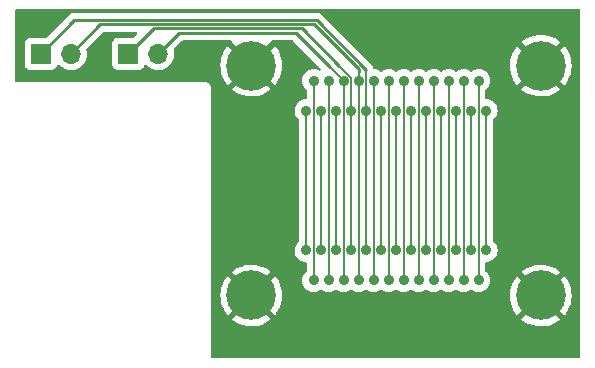
<source format=gbr>
%TF.GenerationSoftware,KiCad,Pcbnew,(6.0.5)*%
%TF.CreationDate,2022-07-15T13:09:05-06:00*%
%TF.ProjectId,25to25,3235746f-3235-42e6-9b69-6361645f7063,rev?*%
%TF.SameCoordinates,Original*%
%TF.FileFunction,Copper,L1,Top*%
%TF.FilePolarity,Positive*%
%FSLAX46Y46*%
G04 Gerber Fmt 4.6, Leading zero omitted, Abs format (unit mm)*
G04 Created by KiCad (PCBNEW (6.0.5)) date 2022-07-15 13:09:05*
%MOMM*%
%LPD*%
G01*
G04 APERTURE LIST*
%TA.AperFunction,ComponentPad*%
%ADD10R,1.700000X1.700000*%
%TD*%
%TA.AperFunction,ComponentPad*%
%ADD11O,1.700000X1.700000*%
%TD*%
%TA.AperFunction,ComponentPad*%
%ADD12C,4.200000*%
%TD*%
%TA.AperFunction,ComponentPad*%
%ADD13C,0.910000*%
%TD*%
%TA.AperFunction,Conductor*%
%ADD14C,0.250000*%
%TD*%
%TA.AperFunction,Conductor*%
%ADD15C,0.127000*%
%TD*%
G04 APERTURE END LIST*
D10*
%TO.P,J2,1,Pin_1*%
%TO.N,Net-(J2-Pad1)*%
X126700000Y-62800000D03*
D11*
%TO.P,J2,2,Pin_2*%
%TO.N,Net-(J2-Pad2)*%
X129240000Y-62800000D03*
%TD*%
D12*
%TO.P,J4,0,PAD*%
%TO.N,GND*%
X137125000Y-83260000D03*
X161635000Y-83260000D03*
D13*
%TO.P,J4,1,1*%
%TO.N,Net-(J3-Pad1)*%
X157000000Y-79450000D03*
%TO.P,J4,2,2*%
%TO.N,Net-(J3-Pad2)*%
X155730000Y-79450000D03*
%TO.P,J4,3,3*%
%TO.N,Net-(J3-Pad3)*%
X154460000Y-79450000D03*
%TO.P,J4,4,4*%
%TO.N,Net-(J3-Pad4)*%
X153190000Y-79450000D03*
%TO.P,J4,5,5*%
%TO.N,Net-(J3-Pad5)*%
X151920000Y-79450000D03*
%TO.P,J4,6,6*%
%TO.N,Net-(J3-Pad6)*%
X150650000Y-79450000D03*
%TO.P,J4,7,7*%
%TO.N,Net-(J3-Pad7)*%
X149380000Y-79450000D03*
%TO.P,J4,8,8*%
%TO.N,Net-(J3-Pad8)*%
X148110000Y-79450000D03*
%TO.P,J4,9,9*%
%TO.N,Net-(J1-Pad1)*%
X146840000Y-79450000D03*
%TO.P,J4,10,10*%
%TO.N,Net-(J2-Pad1)*%
X145570000Y-79450000D03*
%TO.P,J4,11,11*%
%TO.N,Net-(J3-Pad11)*%
X144300000Y-79450000D03*
%TO.P,J4,12,12*%
%TO.N,Net-(J3-Pad12)*%
X143030000Y-79450000D03*
%TO.P,J4,13,13*%
%TO.N,Net-(J3-Pad13)*%
X141760000Y-79450000D03*
%TO.P,J4,14,P14*%
%TO.N,Net-(J3-Pad14)*%
X156365000Y-81990000D03*
%TO.P,J4,15,P15*%
%TO.N,Net-(J3-Pad15)*%
X155095000Y-81990000D03*
%TO.P,J4,16,P16*%
%TO.N,Net-(J3-Pad16)*%
X153825000Y-81990000D03*
%TO.P,J4,17,P17*%
%TO.N,Net-(J3-Pad17)*%
X152555000Y-81990000D03*
%TO.P,J4,18,P18*%
%TO.N,Net-(J3-Pad18)*%
X151285000Y-81990000D03*
%TO.P,J4,19,P19*%
%TO.N,Net-(J3-Pad19)*%
X150015000Y-81990000D03*
%TO.P,J4,20,P20*%
%TO.N,Net-(J3-Pad20)*%
X148745000Y-81990000D03*
%TO.P,J4,21,P21*%
%TO.N,Net-(J3-Pad21)*%
X147475000Y-81990000D03*
%TO.P,J4,22,P22*%
%TO.N,Net-(J1-Pad2)*%
X146205000Y-81990000D03*
%TO.P,J4,23,P23*%
%TO.N,Net-(J2-Pad2)*%
X144935000Y-81990000D03*
%TO.P,J4,24,P24*%
%TO.N,Net-(J3-Pad24)*%
X143665000Y-81990000D03*
%TO.P,J4,25,P25*%
%TO.N,Net-(J3-Pad25)*%
X142395000Y-81990000D03*
%TD*%
D12*
%TO.P,J3,0,PAD*%
%TO.N,GND*%
X137125000Y-63790000D03*
X161635000Y-63790000D03*
D13*
%TO.P,J3,1,1*%
%TO.N,Net-(J3-Pad1)*%
X157000000Y-67600000D03*
%TO.P,J3,2,2*%
%TO.N,Net-(J3-Pad2)*%
X155730000Y-67600000D03*
%TO.P,J3,3,3*%
%TO.N,Net-(J3-Pad3)*%
X154460000Y-67600000D03*
%TO.P,J3,4,4*%
%TO.N,Net-(J3-Pad4)*%
X153190000Y-67600000D03*
%TO.P,J3,5,5*%
%TO.N,Net-(J3-Pad5)*%
X151920000Y-67600000D03*
%TO.P,J3,6,6*%
%TO.N,Net-(J3-Pad6)*%
X150650000Y-67600000D03*
%TO.P,J3,7,7*%
%TO.N,Net-(J3-Pad7)*%
X149380000Y-67600000D03*
%TO.P,J3,8,8*%
%TO.N,Net-(J3-Pad8)*%
X148110000Y-67600000D03*
%TO.P,J3,9,9*%
%TO.N,Net-(J1-Pad1)*%
X146840000Y-67600000D03*
%TO.P,J3,10,10*%
%TO.N,Net-(J2-Pad1)*%
X145570000Y-67600000D03*
%TO.P,J3,11,11*%
%TO.N,Net-(J3-Pad11)*%
X144300000Y-67600000D03*
%TO.P,J3,12,12*%
%TO.N,Net-(J3-Pad12)*%
X143030000Y-67600000D03*
%TO.P,J3,13,13*%
%TO.N,Net-(J3-Pad13)*%
X141760000Y-67600000D03*
%TO.P,J3,14,P14*%
%TO.N,Net-(J3-Pad14)*%
X156365000Y-65060000D03*
%TO.P,J3,15,P15*%
%TO.N,Net-(J3-Pad15)*%
X155095000Y-65060000D03*
%TO.P,J3,16,P16*%
%TO.N,Net-(J3-Pad16)*%
X153825000Y-65060000D03*
%TO.P,J3,17,P17*%
%TO.N,Net-(J3-Pad17)*%
X152555000Y-65060000D03*
%TO.P,J3,18,P18*%
%TO.N,Net-(J3-Pad18)*%
X151285000Y-65060000D03*
%TO.P,J3,19,P19*%
%TO.N,Net-(J3-Pad19)*%
X150015000Y-65060000D03*
%TO.P,J3,20,P20*%
%TO.N,Net-(J3-Pad20)*%
X148745000Y-65060000D03*
%TO.P,J3,21,P21*%
%TO.N,Net-(J3-Pad21)*%
X147475000Y-65060000D03*
%TO.P,J3,22,P22*%
%TO.N,Net-(J1-Pad2)*%
X146205000Y-65060000D03*
%TO.P,J3,23,P23*%
%TO.N,Net-(J2-Pad2)*%
X144935000Y-65060000D03*
%TO.P,J3,24,P24*%
%TO.N,Net-(J3-Pad24)*%
X143665000Y-65060000D03*
%TO.P,J3,25,P25*%
%TO.N,Net-(J3-Pad25)*%
X142395000Y-65060000D03*
%TD*%
D10*
%TO.P,J1,1,Pin_1*%
%TO.N,Net-(J1-Pad1)*%
X119300000Y-62800000D03*
D11*
%TO.P,J1,2,Pin_2*%
%TO.N,Net-(J1-Pad2)*%
X121840000Y-62800000D03*
%TD*%
D14*
%TO.N,Net-(J1-Pad1)*%
X122148559Y-59951441D02*
X119300000Y-62800000D01*
X146840000Y-64140000D02*
X142651441Y-59951441D01*
D15*
X146840000Y-79450000D02*
X146840000Y-67600000D01*
D14*
X142651441Y-59951441D02*
X122148559Y-59951441D01*
D15*
X146840000Y-67600000D02*
X146840000Y-64360000D01*
X146840000Y-64360000D02*
X146840000Y-64140000D01*
%TO.N,Net-(J1-Pad2)*%
X146205000Y-65060000D02*
X146205000Y-64305000D01*
D14*
X124339040Y-60300960D02*
X121840000Y-62800000D01*
D15*
X146205000Y-64305000D02*
X146200000Y-64300000D01*
D14*
X142400960Y-60300960D02*
X124339040Y-60300960D01*
X146200000Y-64100000D02*
X146200000Y-64300000D01*
X146200000Y-64100000D02*
X142400960Y-60300960D01*
D15*
X146205000Y-65060000D02*
X146205000Y-81990000D01*
D14*
%TO.N,Net-(J2-Pad1)*%
X144574500Y-63825500D02*
X141399480Y-60650480D01*
D15*
X145570000Y-64820999D02*
X144574500Y-63825500D01*
D14*
X128849520Y-60650480D02*
X126700000Y-62800000D01*
D15*
X145570000Y-67600000D02*
X145570000Y-79450000D01*
X145570000Y-67600000D02*
X145570000Y-64820999D01*
D14*
X141399480Y-60650480D02*
X128849520Y-60650480D01*
D15*
%TO.N,Net-(J2-Pad2)*%
X144935000Y-81990000D02*
X144935000Y-65060000D01*
D14*
X143800000Y-63925000D02*
X140875000Y-61000000D01*
D15*
X144935000Y-65060000D02*
X143800000Y-63925000D01*
D14*
X140875000Y-61000000D02*
X131040000Y-61000000D01*
X131040000Y-61000000D02*
X129240000Y-62800000D01*
D15*
%TO.N,Net-(J3-Pad1)*%
X157000000Y-79450000D02*
X157000000Y-67600000D01*
%TO.N,Net-(J3-Pad2)*%
X155730000Y-79450000D02*
X155730000Y-67600000D01*
%TO.N,Net-(J3-Pad3)*%
X154460000Y-79450000D02*
X154460000Y-67600000D01*
%TO.N,Net-(J3-Pad4)*%
X153190000Y-67600000D02*
X153190000Y-79450000D01*
%TO.N,Net-(J3-Pad5)*%
X151920000Y-79450000D02*
X151920000Y-67600000D01*
%TO.N,Net-(J3-Pad6)*%
X150650000Y-67600000D02*
X150650000Y-79450000D01*
%TO.N,Net-(J3-Pad7)*%
X149380000Y-79450000D02*
X149380000Y-67600000D01*
%TO.N,Net-(J3-Pad8)*%
X148110000Y-67600000D02*
X148110000Y-79450000D01*
%TO.N,Net-(J3-Pad11)*%
X144300000Y-79450000D02*
X144300000Y-67600000D01*
%TO.N,Net-(J3-Pad12)*%
X143030000Y-67600000D02*
X143030000Y-79450000D01*
%TO.N,Net-(J3-Pad13)*%
X141760000Y-67600000D02*
X141760000Y-79450000D01*
%TO.N,Net-(J3-Pad14)*%
X156365000Y-65060000D02*
X156365000Y-81990000D01*
%TO.N,Net-(J3-Pad15)*%
X155095000Y-65060000D02*
X155095000Y-81990000D01*
%TO.N,Net-(J3-Pad16)*%
X153825000Y-81990000D02*
X153825000Y-65060000D01*
%TO.N,Net-(J3-Pad17)*%
X152555000Y-65060000D02*
X152555000Y-81990000D01*
%TO.N,Net-(J3-Pad18)*%
X151285000Y-65060000D02*
X151285000Y-81990000D01*
%TO.N,Net-(J3-Pad19)*%
X150015000Y-81990000D02*
X150015000Y-65060000D01*
%TO.N,Net-(J3-Pad20)*%
X148745000Y-65060000D02*
X148745000Y-81990000D01*
%TO.N,Net-(J3-Pad21)*%
X147475000Y-65060000D02*
X147475000Y-81990000D01*
%TO.N,Net-(J3-Pad24)*%
X143665000Y-65060000D02*
X143665000Y-81990000D01*
%TO.N,Net-(J3-Pad25)*%
X142395000Y-65060000D02*
X142395000Y-81990000D01*
%TD*%
%TA.AperFunction,Conductor*%
%TO.N,GND*%
G36*
X164933621Y-59028502D02*
G01*
X164980114Y-59082158D01*
X164991500Y-59134500D01*
X164991500Y-88465500D01*
X164971498Y-88533621D01*
X164917842Y-88580114D01*
X164865500Y-88591500D01*
X133834500Y-88591500D01*
X133766379Y-88571498D01*
X133719886Y-88517842D01*
X133708500Y-88465500D01*
X133708500Y-85275301D01*
X135474823Y-85275301D01*
X135482348Y-85285734D01*
X135608517Y-85387358D01*
X135614701Y-85391752D01*
X135875067Y-85554131D01*
X135881738Y-85557753D01*
X136159732Y-85687679D01*
X136166785Y-85690472D01*
X136458393Y-85786066D01*
X136465705Y-85787984D01*
X136766689Y-85847853D01*
X136774187Y-85848881D01*
X137080183Y-85872158D01*
X137087746Y-85872276D01*
X137394314Y-85858623D01*
X137401855Y-85857831D01*
X137704558Y-85807447D01*
X137711946Y-85805755D01*
X138006401Y-85719371D01*
X138013525Y-85716806D01*
X138295482Y-85595668D01*
X138302249Y-85592264D01*
X138567603Y-85438134D01*
X138573910Y-85433944D01*
X138767908Y-85287491D01*
X138776364Y-85276100D01*
X138775926Y-85275301D01*
X159984823Y-85275301D01*
X159992348Y-85285734D01*
X160118517Y-85387358D01*
X160124701Y-85391752D01*
X160385067Y-85554131D01*
X160391738Y-85557753D01*
X160669732Y-85687679D01*
X160676785Y-85690472D01*
X160968393Y-85786066D01*
X160975705Y-85787984D01*
X161276689Y-85847853D01*
X161284187Y-85848881D01*
X161590183Y-85872158D01*
X161597746Y-85872276D01*
X161904314Y-85858623D01*
X161911855Y-85857831D01*
X162214558Y-85807447D01*
X162221946Y-85805755D01*
X162516401Y-85719371D01*
X162523525Y-85716806D01*
X162805482Y-85595668D01*
X162812249Y-85592264D01*
X163077603Y-85438134D01*
X163083910Y-85433944D01*
X163277908Y-85287491D01*
X163286364Y-85276100D01*
X163279646Y-85263856D01*
X161647812Y-83632022D01*
X161633868Y-83624408D01*
X161632035Y-83624539D01*
X161625420Y-83628790D01*
X159991938Y-85262272D01*
X159984823Y-85275301D01*
X138775926Y-85275301D01*
X138769646Y-85263856D01*
X137137812Y-83632022D01*
X137123868Y-83624408D01*
X137122035Y-83624539D01*
X137115420Y-83628790D01*
X135481938Y-85262272D01*
X135474823Y-85275301D01*
X133708500Y-85275301D01*
X133708500Y-83236432D01*
X134512565Y-83236432D01*
X134527823Y-83542920D01*
X134528654Y-83550449D01*
X134580621Y-83852883D01*
X134582354Y-83860270D01*
X134670278Y-84154266D01*
X134672881Y-84161379D01*
X134795491Y-84442690D01*
X134798933Y-84449446D01*
X134954449Y-84713988D01*
X134958672Y-84720273D01*
X135097810Y-84902588D01*
X135109336Y-84911050D01*
X135121401Y-84904389D01*
X136752978Y-83272812D01*
X136759356Y-83261132D01*
X137489408Y-83261132D01*
X137489539Y-83262965D01*
X137493790Y-83269580D01*
X139127202Y-84902992D01*
X139140325Y-84910158D01*
X139150627Y-84902768D01*
X139244388Y-84787601D01*
X139248810Y-84781447D01*
X139412562Y-84521917D01*
X139416209Y-84515282D01*
X139547595Y-84237960D01*
X139550420Y-84230933D01*
X139647542Y-83939821D01*
X139649496Y-83932530D01*
X139710941Y-83631859D01*
X139712009Y-83624355D01*
X139737012Y-83316953D01*
X139737217Y-83312478D01*
X139737744Y-83262221D01*
X139737634Y-83257789D01*
X139736346Y-83236432D01*
X159022565Y-83236432D01*
X159037823Y-83542920D01*
X159038654Y-83550449D01*
X159090621Y-83852883D01*
X159092354Y-83860270D01*
X159180278Y-84154266D01*
X159182881Y-84161379D01*
X159305491Y-84442690D01*
X159308933Y-84449446D01*
X159464449Y-84713988D01*
X159468672Y-84720273D01*
X159607810Y-84902588D01*
X159619336Y-84911050D01*
X159631401Y-84904389D01*
X161262978Y-83272812D01*
X161269356Y-83261132D01*
X161999408Y-83261132D01*
X161999539Y-83262965D01*
X162003790Y-83269580D01*
X163637202Y-84902992D01*
X163650325Y-84910158D01*
X163660627Y-84902768D01*
X163754388Y-84787601D01*
X163758810Y-84781447D01*
X163922562Y-84521917D01*
X163926209Y-84515282D01*
X164057595Y-84237960D01*
X164060420Y-84230933D01*
X164157542Y-83939821D01*
X164159496Y-83932530D01*
X164220941Y-83631859D01*
X164222009Y-83624355D01*
X164247012Y-83316953D01*
X164247217Y-83312478D01*
X164247744Y-83262221D01*
X164247634Y-83257789D01*
X164229072Y-82949888D01*
X164228164Y-82942386D01*
X164173031Y-82640510D01*
X164171218Y-82633130D01*
X164080225Y-82340084D01*
X164077543Y-82332987D01*
X163951993Y-82052971D01*
X163948492Y-82046274D01*
X163790199Y-81783349D01*
X163785925Y-81777130D01*
X163661739Y-81617895D01*
X163649949Y-81609427D01*
X163638235Y-81615975D01*
X162007022Y-83247188D01*
X161999408Y-83261132D01*
X161269356Y-83261132D01*
X161270592Y-83258868D01*
X161270461Y-83257035D01*
X161266210Y-83250420D01*
X159632607Y-81616817D01*
X159619672Y-81609754D01*
X159609110Y-81617414D01*
X159499730Y-81754677D01*
X159495374Y-81760875D01*
X159334350Y-82022106D01*
X159330770Y-82028782D01*
X159202296Y-82307465D01*
X159199546Y-82314516D01*
X159105480Y-82606622D01*
X159103597Y-82613955D01*
X159045305Y-82915246D01*
X159044318Y-82922746D01*
X159022644Y-83228851D01*
X159022565Y-83236432D01*
X139736346Y-83236432D01*
X139719072Y-82949888D01*
X139718164Y-82942386D01*
X139663031Y-82640510D01*
X139661218Y-82633130D01*
X139570225Y-82340084D01*
X139567543Y-82332987D01*
X139441993Y-82052971D01*
X139438492Y-82046274D01*
X139280199Y-81783349D01*
X139275925Y-81777130D01*
X139151739Y-81617895D01*
X139139949Y-81609427D01*
X139128235Y-81615975D01*
X137497022Y-83247188D01*
X137489408Y-83261132D01*
X136759356Y-83261132D01*
X136760592Y-83258868D01*
X136760461Y-83257035D01*
X136756210Y-83250420D01*
X135122607Y-81616817D01*
X135109672Y-81609754D01*
X135099110Y-81617414D01*
X134989730Y-81754677D01*
X134985374Y-81760875D01*
X134824350Y-82022106D01*
X134820770Y-82028782D01*
X134692296Y-82307465D01*
X134689546Y-82314516D01*
X134595480Y-82606622D01*
X134593597Y-82613955D01*
X134535305Y-82915246D01*
X134534318Y-82922746D01*
X134512644Y-83228851D01*
X134512565Y-83236432D01*
X133708500Y-83236432D01*
X133708500Y-81244719D01*
X135474213Y-81244719D01*
X135480817Y-81256607D01*
X137112188Y-82887978D01*
X137126132Y-82895592D01*
X137127965Y-82895461D01*
X137134580Y-82891210D01*
X138768355Y-81257435D01*
X138775367Y-81244594D01*
X138767572Y-81233905D01*
X138619123Y-81116878D01*
X138612900Y-81112553D01*
X138350824Y-80952895D01*
X138344148Y-80949360D01*
X138064784Y-80822342D01*
X138057714Y-80819628D01*
X137765131Y-80727096D01*
X137757780Y-80725249D01*
X137456191Y-80668535D01*
X137448681Y-80667587D01*
X137142464Y-80647517D01*
X137134899Y-80647477D01*
X136828478Y-80664340D01*
X136820967Y-80665209D01*
X136518793Y-80718763D01*
X136511432Y-80720530D01*
X136217898Y-80809993D01*
X136210791Y-80812635D01*
X135930122Y-80936718D01*
X135923396Y-80940189D01*
X135659662Y-81097094D01*
X135653411Y-81101342D01*
X135482679Y-81233061D01*
X135474213Y-81244719D01*
X133708500Y-81244719D01*
X133708500Y-65805301D01*
X135474823Y-65805301D01*
X135482348Y-65815734D01*
X135608517Y-65917358D01*
X135614701Y-65921752D01*
X135875067Y-66084131D01*
X135881738Y-66087753D01*
X136159732Y-66217679D01*
X136166785Y-66220472D01*
X136458393Y-66316066D01*
X136465705Y-66317984D01*
X136766689Y-66377853D01*
X136774187Y-66378881D01*
X137080183Y-66402158D01*
X137087746Y-66402276D01*
X137394314Y-66388623D01*
X137401855Y-66387831D01*
X137704558Y-66337447D01*
X137711946Y-66335755D01*
X138006401Y-66249371D01*
X138013525Y-66246806D01*
X138295482Y-66125668D01*
X138302249Y-66122264D01*
X138567603Y-65968134D01*
X138573910Y-65963944D01*
X138767908Y-65817491D01*
X138776364Y-65806100D01*
X138769646Y-65793856D01*
X137137812Y-64162022D01*
X137123868Y-64154408D01*
X137122035Y-64154539D01*
X137115420Y-64158790D01*
X135481938Y-65792272D01*
X135474823Y-65805301D01*
X133708500Y-65805301D01*
X133708500Y-65708623D01*
X133708502Y-65707853D01*
X133708921Y-65639254D01*
X133708976Y-65630279D01*
X133700850Y-65601847D01*
X133697272Y-65585085D01*
X133694352Y-65564698D01*
X133693080Y-65555813D01*
X133682451Y-65532436D01*
X133676004Y-65514913D01*
X133671416Y-65498862D01*
X133668949Y-65490229D01*
X133664156Y-65482632D01*
X133653170Y-65465220D01*
X133645030Y-65450135D01*
X133644031Y-65447938D01*
X133632792Y-65423218D01*
X133616030Y-65403765D01*
X133604927Y-65388761D01*
X133591224Y-65367042D01*
X133584499Y-65361103D01*
X133584496Y-65361099D01*
X133569062Y-65347468D01*
X133557018Y-65335276D01*
X133543573Y-65319673D01*
X133543570Y-65319671D01*
X133537713Y-65312873D01*
X133516165Y-65298906D01*
X133501291Y-65287615D01*
X133488783Y-65276569D01*
X133488782Y-65276568D01*
X133482049Y-65270622D01*
X133455287Y-65258057D01*
X133440309Y-65249737D01*
X133423017Y-65238529D01*
X133423012Y-65238527D01*
X133415485Y-65233648D01*
X133406892Y-65231078D01*
X133406887Y-65231076D01*
X133390880Y-65226289D01*
X133373436Y-65219628D01*
X133358324Y-65212533D01*
X133358322Y-65212532D01*
X133350200Y-65208719D01*
X133341333Y-65207338D01*
X133341332Y-65207338D01*
X133331690Y-65205837D01*
X133320983Y-65204170D01*
X133304268Y-65200387D01*
X133284534Y-65194485D01*
X133284528Y-65194484D01*
X133275934Y-65191914D01*
X133266963Y-65191859D01*
X133266962Y-65191859D01*
X133256903Y-65191798D01*
X133241494Y-65191704D01*
X133240711Y-65191671D01*
X133239614Y-65191500D01*
X133208623Y-65191500D01*
X133207853Y-65191498D01*
X133134215Y-65191048D01*
X133134214Y-65191048D01*
X133130279Y-65191024D01*
X133128935Y-65191408D01*
X133127590Y-65191500D01*
X117234500Y-65191500D01*
X117166379Y-65171498D01*
X117119886Y-65117842D01*
X117108500Y-65065500D01*
X117108500Y-63698134D01*
X117941500Y-63698134D01*
X117948255Y-63760316D01*
X117999385Y-63896705D01*
X118086739Y-64013261D01*
X118203295Y-64100615D01*
X118339684Y-64151745D01*
X118401866Y-64158500D01*
X120198134Y-64158500D01*
X120260316Y-64151745D01*
X120396705Y-64100615D01*
X120513261Y-64013261D01*
X120600615Y-63896705D01*
X120637026Y-63799580D01*
X120644598Y-63779382D01*
X120687240Y-63722618D01*
X120753802Y-63697918D01*
X120823150Y-63713126D01*
X120857817Y-63741114D01*
X120886250Y-63773938D01*
X121058126Y-63916632D01*
X121251000Y-64029338D01*
X121255825Y-64031180D01*
X121255826Y-64031181D01*
X121328612Y-64058975D01*
X121459692Y-64109030D01*
X121464760Y-64110061D01*
X121464763Y-64110062D01*
X121572017Y-64131883D01*
X121678597Y-64153567D01*
X121683772Y-64153757D01*
X121683774Y-64153757D01*
X121896673Y-64161564D01*
X121896677Y-64161564D01*
X121901837Y-64161753D01*
X121906957Y-64161097D01*
X121906959Y-64161097D01*
X122118288Y-64134025D01*
X122118289Y-64134025D01*
X122123416Y-64133368D01*
X122128366Y-64131883D01*
X122332429Y-64070661D01*
X122332434Y-64070659D01*
X122337384Y-64069174D01*
X122537994Y-63970896D01*
X122719860Y-63841173D01*
X122878096Y-63683489D01*
X123008453Y-63502077D01*
X123019420Y-63479888D01*
X123105136Y-63306453D01*
X123105137Y-63306451D01*
X123107430Y-63301811D01*
X123149565Y-63163130D01*
X123170865Y-63093023D01*
X123170865Y-63093021D01*
X123172370Y-63088069D01*
X123201529Y-62866590D01*
X123201617Y-62862987D01*
X123203074Y-62803365D01*
X123203074Y-62803361D01*
X123203156Y-62800000D01*
X123184852Y-62577361D01*
X123156821Y-62465765D01*
X123159625Y-62394823D01*
X123189930Y-62345974D01*
X124564539Y-60971365D01*
X124626851Y-60937339D01*
X124653634Y-60934460D01*
X127365445Y-60934460D01*
X127433566Y-60954462D01*
X127480059Y-61008118D01*
X127490163Y-61078392D01*
X127460669Y-61142972D01*
X127454540Y-61149555D01*
X127199500Y-61404595D01*
X127137188Y-61438621D01*
X127110405Y-61441500D01*
X125801866Y-61441500D01*
X125739684Y-61448255D01*
X125603295Y-61499385D01*
X125486739Y-61586739D01*
X125399385Y-61703295D01*
X125348255Y-61839684D01*
X125341500Y-61901866D01*
X125341500Y-63698134D01*
X125348255Y-63760316D01*
X125399385Y-63896705D01*
X125486739Y-64013261D01*
X125603295Y-64100615D01*
X125739684Y-64151745D01*
X125801866Y-64158500D01*
X127598134Y-64158500D01*
X127660316Y-64151745D01*
X127796705Y-64100615D01*
X127913261Y-64013261D01*
X128000615Y-63896705D01*
X128037026Y-63799580D01*
X128044598Y-63779382D01*
X128087240Y-63722618D01*
X128153802Y-63697918D01*
X128223150Y-63713126D01*
X128257817Y-63741114D01*
X128286250Y-63773938D01*
X128458126Y-63916632D01*
X128651000Y-64029338D01*
X128655825Y-64031180D01*
X128655826Y-64031181D01*
X128728612Y-64058975D01*
X128859692Y-64109030D01*
X128864760Y-64110061D01*
X128864763Y-64110062D01*
X128972017Y-64131883D01*
X129078597Y-64153567D01*
X129083772Y-64153757D01*
X129083774Y-64153757D01*
X129296673Y-64161564D01*
X129296677Y-64161564D01*
X129301837Y-64161753D01*
X129306957Y-64161097D01*
X129306959Y-64161097D01*
X129518288Y-64134025D01*
X129518289Y-64134025D01*
X129523416Y-64133368D01*
X129528366Y-64131883D01*
X129732429Y-64070661D01*
X129732434Y-64070659D01*
X129737384Y-64069174D01*
X129937994Y-63970896D01*
X130119860Y-63841173D01*
X130194863Y-63766432D01*
X134512565Y-63766432D01*
X134527823Y-64072920D01*
X134528654Y-64080449D01*
X134580621Y-64382883D01*
X134582354Y-64390270D01*
X134670278Y-64684266D01*
X134672881Y-64691379D01*
X134795491Y-64972690D01*
X134798933Y-64979446D01*
X134954449Y-65243988D01*
X134958672Y-65250273D01*
X135097810Y-65432588D01*
X135109336Y-65441050D01*
X135121401Y-65434389D01*
X136752978Y-63802812D01*
X136759356Y-63791132D01*
X137489408Y-63791132D01*
X137489539Y-63792965D01*
X137493790Y-63799580D01*
X139127202Y-65432992D01*
X139140325Y-65440158D01*
X139150627Y-65432768D01*
X139244388Y-65317601D01*
X139248810Y-65311447D01*
X139412562Y-65051917D01*
X139416209Y-65045282D01*
X139547595Y-64767960D01*
X139550420Y-64760933D01*
X139647542Y-64469821D01*
X139649496Y-64462530D01*
X139710941Y-64161859D01*
X139712009Y-64154355D01*
X139737012Y-63846953D01*
X139737217Y-63842478D01*
X139737744Y-63792221D01*
X139737634Y-63787789D01*
X139719072Y-63479888D01*
X139718164Y-63472386D01*
X139663031Y-63170510D01*
X139661218Y-63163130D01*
X139570225Y-62870084D01*
X139567543Y-62862987D01*
X139441993Y-62582971D01*
X139438492Y-62576274D01*
X139280199Y-62313349D01*
X139275925Y-62307130D01*
X139151739Y-62147895D01*
X139139949Y-62139427D01*
X139128235Y-62145975D01*
X137497022Y-63777188D01*
X137489408Y-63791132D01*
X136759356Y-63791132D01*
X136760592Y-63788868D01*
X136760461Y-63787035D01*
X136756210Y-63780420D01*
X135122607Y-62146817D01*
X135109672Y-62139754D01*
X135099110Y-62147414D01*
X134989730Y-62284677D01*
X134985374Y-62290875D01*
X134824350Y-62552106D01*
X134820770Y-62558782D01*
X134692296Y-62837465D01*
X134689546Y-62844516D01*
X134595480Y-63136622D01*
X134593597Y-63143955D01*
X134535305Y-63445246D01*
X134534318Y-63452746D01*
X134512644Y-63758851D01*
X134512565Y-63766432D01*
X130194863Y-63766432D01*
X130278096Y-63683489D01*
X130408453Y-63502077D01*
X130419420Y-63479888D01*
X130505136Y-63306453D01*
X130505137Y-63306451D01*
X130507430Y-63301811D01*
X130549565Y-63163130D01*
X130570865Y-63093023D01*
X130570865Y-63093021D01*
X130572370Y-63088069D01*
X130601529Y-62866590D01*
X130601617Y-62862987D01*
X130603074Y-62803365D01*
X130603074Y-62803361D01*
X130603156Y-62800000D01*
X130584852Y-62577361D01*
X130556821Y-62465765D01*
X130559625Y-62394823D01*
X130589930Y-62345974D01*
X131265499Y-61670405D01*
X131327811Y-61636379D01*
X131354594Y-61633500D01*
X135348077Y-61633500D01*
X135416198Y-61653502D01*
X135462691Y-61707158D01*
X135473873Y-61766664D01*
X135473488Y-61773416D01*
X135480816Y-61786606D01*
X137112188Y-63417978D01*
X137126132Y-63425592D01*
X137127965Y-63425461D01*
X137134580Y-63421210D01*
X138768355Y-61787435D01*
X138775970Y-61773490D01*
X138775612Y-61768488D01*
X138790704Y-61699114D01*
X138840906Y-61648912D01*
X138901291Y-61633500D01*
X140560406Y-61633500D01*
X140628527Y-61653502D01*
X140649501Y-61670405D01*
X142978967Y-63999871D01*
X143012993Y-64062183D01*
X143007928Y-64132998D01*
X142965381Y-64189834D01*
X142898861Y-64214645D01*
X142829943Y-64199802D01*
X142770178Y-64167487D01*
X142589676Y-64111612D01*
X142583554Y-64110969D01*
X142583551Y-64110968D01*
X142407888Y-64092506D01*
X142407886Y-64092506D01*
X142401759Y-64091862D01*
X142322634Y-64099063D01*
X142219724Y-64108428D01*
X142219721Y-64108429D01*
X142213585Y-64108987D01*
X142207679Y-64110725D01*
X142207675Y-64110726D01*
X142073909Y-64150096D01*
X142032320Y-64162336D01*
X141864870Y-64249877D01*
X141717613Y-64368275D01*
X141596156Y-64513020D01*
X141593193Y-64518409D01*
X141593190Y-64518414D01*
X141508095Y-64673203D01*
X141505128Y-64678600D01*
X141447995Y-64858708D01*
X141447309Y-64864827D01*
X141447308Y-64864830D01*
X141427619Y-65040357D01*
X141426932Y-65046482D01*
X141427448Y-65052625D01*
X141442031Y-65226289D01*
X141442743Y-65234772D01*
X141466494Y-65317601D01*
X141491202Y-65403765D01*
X141494826Y-65416404D01*
X141581195Y-65584461D01*
X141585018Y-65589285D01*
X141585021Y-65589289D01*
X141666287Y-65691820D01*
X141698563Y-65732542D01*
X141736590Y-65764905D01*
X141778663Y-65800712D01*
X141817576Y-65860095D01*
X141823000Y-65896666D01*
X141823000Y-66511690D01*
X141802998Y-66579811D01*
X141749342Y-66626304D01*
X141708420Y-66637171D01*
X141584724Y-66648428D01*
X141584721Y-66648429D01*
X141578585Y-66648987D01*
X141572679Y-66650725D01*
X141572675Y-66650726D01*
X141438909Y-66690096D01*
X141397320Y-66702336D01*
X141229870Y-66789877D01*
X141082613Y-66908275D01*
X140961156Y-67053020D01*
X140958193Y-67058409D01*
X140958190Y-67058414D01*
X140873095Y-67213203D01*
X140870128Y-67218600D01*
X140812995Y-67398708D01*
X140812309Y-67404827D01*
X140812308Y-67404830D01*
X140792619Y-67580357D01*
X140791932Y-67586482D01*
X140807743Y-67774772D01*
X140859826Y-67956404D01*
X140946195Y-68124461D01*
X140950018Y-68129285D01*
X140950021Y-68129289D01*
X140968592Y-68152719D01*
X141063563Y-68272542D01*
X141101590Y-68304905D01*
X141143663Y-68340712D01*
X141182576Y-68400095D01*
X141188000Y-68436666D01*
X141188000Y-78613173D01*
X141167998Y-78681294D01*
X141140952Y-78711369D01*
X141082613Y-78758275D01*
X140961156Y-78903020D01*
X140958193Y-78908409D01*
X140958190Y-78908414D01*
X140873095Y-79063203D01*
X140870128Y-79068600D01*
X140812995Y-79248708D01*
X140812309Y-79254827D01*
X140812308Y-79254830D01*
X140792619Y-79430357D01*
X140791932Y-79436482D01*
X140807743Y-79624772D01*
X140859826Y-79806404D01*
X140946195Y-79974461D01*
X140950018Y-79979285D01*
X140950021Y-79979289D01*
X140968592Y-80002719D01*
X141063563Y-80122542D01*
X141207457Y-80245005D01*
X141212834Y-80248010D01*
X141367019Y-80334183D01*
X141367025Y-80334186D01*
X141372397Y-80337188D01*
X141552101Y-80395577D01*
X141711920Y-80414635D01*
X141777192Y-80442561D01*
X141817005Y-80501345D01*
X141823000Y-80539748D01*
X141823000Y-81153173D01*
X141802998Y-81221294D01*
X141775952Y-81251369D01*
X141717613Y-81298275D01*
X141596156Y-81443020D01*
X141593193Y-81448409D01*
X141593190Y-81448414D01*
X141508095Y-81603203D01*
X141505128Y-81608600D01*
X141447995Y-81788708D01*
X141447309Y-81794827D01*
X141447308Y-81794830D01*
X141427619Y-81970357D01*
X141426932Y-81976482D01*
X141427448Y-81982625D01*
X141432793Y-82046274D01*
X141442743Y-82164772D01*
X141444441Y-82170692D01*
X141493014Y-82340084D01*
X141494826Y-82346404D01*
X141581195Y-82514461D01*
X141585018Y-82519285D01*
X141585021Y-82519289D01*
X141603592Y-82542719D01*
X141698563Y-82662542D01*
X141703256Y-82666536D01*
X141703257Y-82666537D01*
X141804687Y-82752860D01*
X141842457Y-82785005D01*
X141847834Y-82788010D01*
X142002019Y-82874183D01*
X142002025Y-82874186D01*
X142007397Y-82877188D01*
X142187101Y-82935577D01*
X142374724Y-82957950D01*
X142380859Y-82957478D01*
X142380861Y-82957478D01*
X142556978Y-82943926D01*
X142556982Y-82943925D01*
X142563120Y-82943453D01*
X142745111Y-82892640D01*
X142750615Y-82889860D01*
X142750617Y-82889859D01*
X142908264Y-82810226D01*
X142908266Y-82810225D01*
X142913767Y-82807446D01*
X142918621Y-82803654D01*
X142918630Y-82803648D01*
X142950129Y-82779038D01*
X143016123Y-82752860D01*
X143085794Y-82766518D01*
X143102516Y-82777767D01*
X143102705Y-82777495D01*
X143107765Y-82781012D01*
X143112457Y-82785005D01*
X143117834Y-82788010D01*
X143272019Y-82874183D01*
X143272025Y-82874186D01*
X143277397Y-82877188D01*
X143457101Y-82935577D01*
X143644724Y-82957950D01*
X143650859Y-82957478D01*
X143650861Y-82957478D01*
X143826978Y-82943926D01*
X143826982Y-82943925D01*
X143833120Y-82943453D01*
X144015111Y-82892640D01*
X144020615Y-82889860D01*
X144020617Y-82889859D01*
X144178264Y-82810226D01*
X144178266Y-82810225D01*
X144183767Y-82807446D01*
X144188621Y-82803654D01*
X144188630Y-82803648D01*
X144220129Y-82779038D01*
X144286123Y-82752860D01*
X144355794Y-82766518D01*
X144372516Y-82777767D01*
X144372705Y-82777495D01*
X144377765Y-82781012D01*
X144382457Y-82785005D01*
X144387834Y-82788010D01*
X144542019Y-82874183D01*
X144542025Y-82874186D01*
X144547397Y-82877188D01*
X144727101Y-82935577D01*
X144914724Y-82957950D01*
X144920859Y-82957478D01*
X144920861Y-82957478D01*
X145096978Y-82943926D01*
X145096982Y-82943925D01*
X145103120Y-82943453D01*
X145285111Y-82892640D01*
X145290615Y-82889860D01*
X145290617Y-82889859D01*
X145448264Y-82810226D01*
X145448266Y-82810225D01*
X145453767Y-82807446D01*
X145458621Y-82803654D01*
X145458630Y-82803648D01*
X145490129Y-82779038D01*
X145556123Y-82752860D01*
X145625794Y-82766518D01*
X145642516Y-82777767D01*
X145642705Y-82777495D01*
X145647765Y-82781012D01*
X145652457Y-82785005D01*
X145657834Y-82788010D01*
X145812019Y-82874183D01*
X145812025Y-82874186D01*
X145817397Y-82877188D01*
X145997101Y-82935577D01*
X146184724Y-82957950D01*
X146190859Y-82957478D01*
X146190861Y-82957478D01*
X146366978Y-82943926D01*
X146366982Y-82943925D01*
X146373120Y-82943453D01*
X146555111Y-82892640D01*
X146560615Y-82889860D01*
X146560617Y-82889859D01*
X146718264Y-82810226D01*
X146718266Y-82810225D01*
X146723767Y-82807446D01*
X146728621Y-82803654D01*
X146728630Y-82803648D01*
X146760129Y-82779038D01*
X146826123Y-82752860D01*
X146895794Y-82766518D01*
X146912516Y-82777767D01*
X146912705Y-82777495D01*
X146917765Y-82781012D01*
X146922457Y-82785005D01*
X146927834Y-82788010D01*
X147082019Y-82874183D01*
X147082025Y-82874186D01*
X147087397Y-82877188D01*
X147267101Y-82935577D01*
X147454724Y-82957950D01*
X147460859Y-82957478D01*
X147460861Y-82957478D01*
X147636978Y-82943926D01*
X147636982Y-82943925D01*
X147643120Y-82943453D01*
X147825111Y-82892640D01*
X147830615Y-82889860D01*
X147830617Y-82889859D01*
X147988264Y-82810226D01*
X147988266Y-82810225D01*
X147993767Y-82807446D01*
X147998621Y-82803654D01*
X147998630Y-82803648D01*
X148030129Y-82779038D01*
X148096123Y-82752860D01*
X148165794Y-82766518D01*
X148182516Y-82777767D01*
X148182705Y-82777495D01*
X148187765Y-82781012D01*
X148192457Y-82785005D01*
X148197834Y-82788010D01*
X148352019Y-82874183D01*
X148352025Y-82874186D01*
X148357397Y-82877188D01*
X148537101Y-82935577D01*
X148724724Y-82957950D01*
X148730859Y-82957478D01*
X148730861Y-82957478D01*
X148906978Y-82943926D01*
X148906982Y-82943925D01*
X148913120Y-82943453D01*
X149095111Y-82892640D01*
X149100615Y-82889860D01*
X149100617Y-82889859D01*
X149258264Y-82810226D01*
X149258266Y-82810225D01*
X149263767Y-82807446D01*
X149268621Y-82803654D01*
X149268630Y-82803648D01*
X149300129Y-82779038D01*
X149366123Y-82752860D01*
X149435794Y-82766518D01*
X149452516Y-82777767D01*
X149452705Y-82777495D01*
X149457765Y-82781012D01*
X149462457Y-82785005D01*
X149467834Y-82788010D01*
X149622019Y-82874183D01*
X149622025Y-82874186D01*
X149627397Y-82877188D01*
X149807101Y-82935577D01*
X149994724Y-82957950D01*
X150000859Y-82957478D01*
X150000861Y-82957478D01*
X150176978Y-82943926D01*
X150176982Y-82943925D01*
X150183120Y-82943453D01*
X150365111Y-82892640D01*
X150370615Y-82889860D01*
X150370617Y-82889859D01*
X150528264Y-82810226D01*
X150528266Y-82810225D01*
X150533767Y-82807446D01*
X150538621Y-82803654D01*
X150538630Y-82803648D01*
X150570129Y-82779038D01*
X150636123Y-82752860D01*
X150705794Y-82766518D01*
X150722516Y-82777767D01*
X150722705Y-82777495D01*
X150727765Y-82781012D01*
X150732457Y-82785005D01*
X150737834Y-82788010D01*
X150892019Y-82874183D01*
X150892025Y-82874186D01*
X150897397Y-82877188D01*
X151077101Y-82935577D01*
X151264724Y-82957950D01*
X151270859Y-82957478D01*
X151270861Y-82957478D01*
X151446978Y-82943926D01*
X151446982Y-82943925D01*
X151453120Y-82943453D01*
X151635111Y-82892640D01*
X151640615Y-82889860D01*
X151640617Y-82889859D01*
X151798264Y-82810226D01*
X151798266Y-82810225D01*
X151803767Y-82807446D01*
X151808621Y-82803654D01*
X151808630Y-82803648D01*
X151840129Y-82779038D01*
X151906123Y-82752860D01*
X151975794Y-82766518D01*
X151992516Y-82777767D01*
X151992705Y-82777495D01*
X151997765Y-82781012D01*
X152002457Y-82785005D01*
X152007834Y-82788010D01*
X152162019Y-82874183D01*
X152162025Y-82874186D01*
X152167397Y-82877188D01*
X152347101Y-82935577D01*
X152534724Y-82957950D01*
X152540859Y-82957478D01*
X152540861Y-82957478D01*
X152716978Y-82943926D01*
X152716982Y-82943925D01*
X152723120Y-82943453D01*
X152905111Y-82892640D01*
X152910615Y-82889860D01*
X152910617Y-82889859D01*
X153068264Y-82810226D01*
X153068266Y-82810225D01*
X153073767Y-82807446D01*
X153078621Y-82803654D01*
X153078630Y-82803648D01*
X153110129Y-82779038D01*
X153176123Y-82752860D01*
X153245794Y-82766518D01*
X153262516Y-82777767D01*
X153262705Y-82777495D01*
X153267765Y-82781012D01*
X153272457Y-82785005D01*
X153277834Y-82788010D01*
X153432019Y-82874183D01*
X153432025Y-82874186D01*
X153437397Y-82877188D01*
X153617101Y-82935577D01*
X153804724Y-82957950D01*
X153810859Y-82957478D01*
X153810861Y-82957478D01*
X153986978Y-82943926D01*
X153986982Y-82943925D01*
X153993120Y-82943453D01*
X154175111Y-82892640D01*
X154180615Y-82889860D01*
X154180617Y-82889859D01*
X154338264Y-82810226D01*
X154338266Y-82810225D01*
X154343767Y-82807446D01*
X154348621Y-82803654D01*
X154348630Y-82803648D01*
X154380129Y-82779038D01*
X154446123Y-82752860D01*
X154515794Y-82766518D01*
X154532516Y-82777767D01*
X154532705Y-82777495D01*
X154537765Y-82781012D01*
X154542457Y-82785005D01*
X154547834Y-82788010D01*
X154702019Y-82874183D01*
X154702025Y-82874186D01*
X154707397Y-82877188D01*
X154887101Y-82935577D01*
X155074724Y-82957950D01*
X155080859Y-82957478D01*
X155080861Y-82957478D01*
X155256978Y-82943926D01*
X155256982Y-82943925D01*
X155263120Y-82943453D01*
X155445111Y-82892640D01*
X155450615Y-82889860D01*
X155450617Y-82889859D01*
X155608264Y-82810226D01*
X155608266Y-82810225D01*
X155613767Y-82807446D01*
X155618621Y-82803654D01*
X155618630Y-82803648D01*
X155650129Y-82779038D01*
X155716123Y-82752860D01*
X155785794Y-82766518D01*
X155802516Y-82777767D01*
X155802705Y-82777495D01*
X155807765Y-82781012D01*
X155812457Y-82785005D01*
X155817834Y-82788010D01*
X155972019Y-82874183D01*
X155972025Y-82874186D01*
X155977397Y-82877188D01*
X156157101Y-82935577D01*
X156344724Y-82957950D01*
X156350859Y-82957478D01*
X156350861Y-82957478D01*
X156526978Y-82943926D01*
X156526982Y-82943925D01*
X156533120Y-82943453D01*
X156715111Y-82892640D01*
X156720615Y-82889860D01*
X156720617Y-82889859D01*
X156878266Y-82810225D01*
X156878268Y-82810224D01*
X156883767Y-82807446D01*
X157032663Y-82691116D01*
X157156129Y-82548080D01*
X157159172Y-82542723D01*
X157159175Y-82542719D01*
X157202794Y-82465934D01*
X157249460Y-82383787D01*
X157309103Y-82204495D01*
X157331301Y-82028782D01*
X157332343Y-82020535D01*
X157332344Y-82020528D01*
X157332785Y-82017033D01*
X157333162Y-81990000D01*
X157314724Y-81801950D01*
X157260110Y-81621062D01*
X157171403Y-81454227D01*
X157051979Y-81307800D01*
X157040466Y-81298275D01*
X156982685Y-81250475D01*
X156978797Y-81244719D01*
X159984213Y-81244719D01*
X159990817Y-81256607D01*
X161622188Y-82887978D01*
X161636132Y-82895592D01*
X161637965Y-82895461D01*
X161644580Y-82891210D01*
X163278355Y-81257435D01*
X163285367Y-81244594D01*
X163277572Y-81233905D01*
X163129123Y-81116878D01*
X163122900Y-81112553D01*
X162860824Y-80952895D01*
X162854148Y-80949360D01*
X162574784Y-80822342D01*
X162567714Y-80819628D01*
X162275131Y-80727096D01*
X162267780Y-80725249D01*
X161966191Y-80668535D01*
X161958681Y-80667587D01*
X161652464Y-80647517D01*
X161644899Y-80647477D01*
X161338478Y-80664340D01*
X161330967Y-80665209D01*
X161028793Y-80718763D01*
X161021432Y-80720530D01*
X160727898Y-80809993D01*
X160720791Y-80812635D01*
X160440122Y-80936718D01*
X160433396Y-80940189D01*
X160169662Y-81097094D01*
X160163411Y-81101342D01*
X159992679Y-81233061D01*
X159984213Y-81244719D01*
X156978797Y-81244719D01*
X156942946Y-81191641D01*
X156937000Y-81153390D01*
X156937000Y-80537915D01*
X156957002Y-80469794D01*
X157010658Y-80423301D01*
X157053333Y-80412286D01*
X157161978Y-80403926D01*
X157161982Y-80403925D01*
X157168120Y-80403453D01*
X157350111Y-80352640D01*
X157355615Y-80349860D01*
X157355617Y-80349859D01*
X157513266Y-80270225D01*
X157513268Y-80270224D01*
X157518767Y-80267446D01*
X157667663Y-80151116D01*
X157791129Y-80008080D01*
X157794172Y-80002723D01*
X157794175Y-80002719D01*
X157837794Y-79925934D01*
X157884460Y-79843787D01*
X157944103Y-79664495D01*
X157967785Y-79477033D01*
X157968162Y-79450000D01*
X157949724Y-79261950D01*
X157895110Y-79081062D01*
X157806403Y-78914227D01*
X157686979Y-78767800D01*
X157675466Y-78758275D01*
X157617685Y-78710475D01*
X157577946Y-78651641D01*
X157572000Y-78613390D01*
X157572000Y-68437310D01*
X157592002Y-68369189D01*
X157620424Y-68338023D01*
X157667663Y-68301116D01*
X157791129Y-68158080D01*
X157794172Y-68152723D01*
X157794175Y-68152719D01*
X157837794Y-68075934D01*
X157884460Y-67993787D01*
X157944103Y-67814495D01*
X157967785Y-67627033D01*
X157968162Y-67600000D01*
X157949724Y-67411950D01*
X157895110Y-67231062D01*
X157806403Y-67064227D01*
X157686979Y-66917800D01*
X157541389Y-66797357D01*
X157375178Y-66707487D01*
X157194676Y-66651612D01*
X157188554Y-66650969D01*
X157188551Y-66650968D01*
X157117922Y-66643545D01*
X157049829Y-66636389D01*
X156984173Y-66609376D01*
X156943543Y-66551155D01*
X156937000Y-66511079D01*
X156937000Y-65897310D01*
X156957002Y-65829189D01*
X156978787Y-65805301D01*
X159984823Y-65805301D01*
X159992348Y-65815734D01*
X160118517Y-65917358D01*
X160124701Y-65921752D01*
X160385067Y-66084131D01*
X160391738Y-66087753D01*
X160669732Y-66217679D01*
X160676785Y-66220472D01*
X160968393Y-66316066D01*
X160975705Y-66317984D01*
X161276689Y-66377853D01*
X161284187Y-66378881D01*
X161590183Y-66402158D01*
X161597746Y-66402276D01*
X161904314Y-66388623D01*
X161911855Y-66387831D01*
X162214558Y-66337447D01*
X162221946Y-66335755D01*
X162516401Y-66249371D01*
X162523525Y-66246806D01*
X162805482Y-66125668D01*
X162812249Y-66122264D01*
X163077603Y-65968134D01*
X163083910Y-65963944D01*
X163277908Y-65817491D01*
X163286364Y-65806100D01*
X163279646Y-65793856D01*
X161647812Y-64162022D01*
X161633868Y-64154408D01*
X161632035Y-64154539D01*
X161625420Y-64158790D01*
X159991938Y-65792272D01*
X159984823Y-65805301D01*
X156978787Y-65805301D01*
X156985424Y-65798023D01*
X157032663Y-65761116D01*
X157156129Y-65618080D01*
X157159172Y-65612723D01*
X157159175Y-65612719D01*
X157228758Y-65490229D01*
X157249460Y-65453787D01*
X157309103Y-65274495D01*
X157316931Y-65212533D01*
X157332343Y-65090535D01*
X157332344Y-65090528D01*
X157332785Y-65087033D01*
X157333162Y-65060000D01*
X157332370Y-65051917D01*
X157315325Y-64878083D01*
X157314724Y-64871950D01*
X157260110Y-64691062D01*
X157171403Y-64524227D01*
X157051979Y-64377800D01*
X156906389Y-64257357D01*
X156740178Y-64167487D01*
X156559676Y-64111612D01*
X156553554Y-64110969D01*
X156553551Y-64110968D01*
X156377888Y-64092506D01*
X156377886Y-64092506D01*
X156371759Y-64091862D01*
X156292634Y-64099063D01*
X156189724Y-64108428D01*
X156189721Y-64108429D01*
X156183585Y-64108987D01*
X156177679Y-64110725D01*
X156177675Y-64110726D01*
X156043909Y-64150096D01*
X156002320Y-64162336D01*
X155834870Y-64249877D01*
X155830072Y-64253735D01*
X155830070Y-64253736D01*
X155825567Y-64257357D01*
X155811099Y-64268990D01*
X155809718Y-64270100D01*
X155744095Y-64297197D01*
X155674241Y-64284514D01*
X155650451Y-64268990D01*
X155641137Y-64261285D01*
X155641133Y-64261282D01*
X155636389Y-64257357D01*
X155470178Y-64167487D01*
X155289676Y-64111612D01*
X155283554Y-64110969D01*
X155283551Y-64110968D01*
X155107888Y-64092506D01*
X155107886Y-64092506D01*
X155101759Y-64091862D01*
X155022634Y-64099063D01*
X154919724Y-64108428D01*
X154919721Y-64108429D01*
X154913585Y-64108987D01*
X154907679Y-64110725D01*
X154907675Y-64110726D01*
X154773909Y-64150096D01*
X154732320Y-64162336D01*
X154564870Y-64249877D01*
X154560072Y-64253735D01*
X154560070Y-64253736D01*
X154555567Y-64257357D01*
X154541099Y-64268990D01*
X154539718Y-64270100D01*
X154474095Y-64297197D01*
X154404241Y-64284514D01*
X154380451Y-64268990D01*
X154371137Y-64261285D01*
X154371133Y-64261282D01*
X154366389Y-64257357D01*
X154200178Y-64167487D01*
X154019676Y-64111612D01*
X154013554Y-64110969D01*
X154013551Y-64110968D01*
X153837888Y-64092506D01*
X153837886Y-64092506D01*
X153831759Y-64091862D01*
X153752634Y-64099063D01*
X153649724Y-64108428D01*
X153649721Y-64108429D01*
X153643585Y-64108987D01*
X153637679Y-64110725D01*
X153637675Y-64110726D01*
X153503909Y-64150096D01*
X153462320Y-64162336D01*
X153294870Y-64249877D01*
X153290072Y-64253735D01*
X153290070Y-64253736D01*
X153285567Y-64257357D01*
X153271099Y-64268990D01*
X153269718Y-64270100D01*
X153204095Y-64297197D01*
X153134241Y-64284514D01*
X153110451Y-64268990D01*
X153101137Y-64261285D01*
X153101133Y-64261282D01*
X153096389Y-64257357D01*
X152930178Y-64167487D01*
X152749676Y-64111612D01*
X152743554Y-64110969D01*
X152743551Y-64110968D01*
X152567888Y-64092506D01*
X152567886Y-64092506D01*
X152561759Y-64091862D01*
X152482634Y-64099063D01*
X152379724Y-64108428D01*
X152379721Y-64108429D01*
X152373585Y-64108987D01*
X152367679Y-64110725D01*
X152367675Y-64110726D01*
X152233909Y-64150096D01*
X152192320Y-64162336D01*
X152024870Y-64249877D01*
X152020072Y-64253735D01*
X152020070Y-64253736D01*
X152015567Y-64257357D01*
X152001099Y-64268990D01*
X151999718Y-64270100D01*
X151934095Y-64297197D01*
X151864241Y-64284514D01*
X151840451Y-64268990D01*
X151831137Y-64261285D01*
X151831133Y-64261282D01*
X151826389Y-64257357D01*
X151660178Y-64167487D01*
X151479676Y-64111612D01*
X151473554Y-64110969D01*
X151473551Y-64110968D01*
X151297888Y-64092506D01*
X151297886Y-64092506D01*
X151291759Y-64091862D01*
X151212634Y-64099063D01*
X151109724Y-64108428D01*
X151109721Y-64108429D01*
X151103585Y-64108987D01*
X151097679Y-64110725D01*
X151097675Y-64110726D01*
X150963909Y-64150096D01*
X150922320Y-64162336D01*
X150754870Y-64249877D01*
X150750072Y-64253735D01*
X150750070Y-64253736D01*
X150745567Y-64257357D01*
X150731099Y-64268990D01*
X150729718Y-64270100D01*
X150664095Y-64297197D01*
X150594241Y-64284514D01*
X150570451Y-64268990D01*
X150561137Y-64261285D01*
X150561133Y-64261282D01*
X150556389Y-64257357D01*
X150390178Y-64167487D01*
X150209676Y-64111612D01*
X150203554Y-64110969D01*
X150203551Y-64110968D01*
X150027888Y-64092506D01*
X150027886Y-64092506D01*
X150021759Y-64091862D01*
X149942634Y-64099063D01*
X149839724Y-64108428D01*
X149839721Y-64108429D01*
X149833585Y-64108987D01*
X149827679Y-64110725D01*
X149827675Y-64110726D01*
X149693909Y-64150096D01*
X149652320Y-64162336D01*
X149484870Y-64249877D01*
X149480072Y-64253735D01*
X149480070Y-64253736D01*
X149475567Y-64257357D01*
X149461099Y-64268990D01*
X149459718Y-64270100D01*
X149394095Y-64297197D01*
X149324241Y-64284514D01*
X149300451Y-64268990D01*
X149291137Y-64261285D01*
X149291133Y-64261282D01*
X149286389Y-64257357D01*
X149120178Y-64167487D01*
X148939676Y-64111612D01*
X148933554Y-64110969D01*
X148933551Y-64110968D01*
X148757888Y-64092506D01*
X148757886Y-64092506D01*
X148751759Y-64091862D01*
X148672634Y-64099063D01*
X148569724Y-64108428D01*
X148569721Y-64108429D01*
X148563585Y-64108987D01*
X148557679Y-64110725D01*
X148557675Y-64110726D01*
X148423909Y-64150096D01*
X148382320Y-64162336D01*
X148214870Y-64249877D01*
X148210072Y-64253735D01*
X148210070Y-64253736D01*
X148205567Y-64257357D01*
X148191099Y-64268990D01*
X148189718Y-64270100D01*
X148124095Y-64297197D01*
X148054241Y-64284514D01*
X148030451Y-64268990D01*
X148021137Y-64261285D01*
X148021133Y-64261282D01*
X148016389Y-64257357D01*
X147850178Y-64167487D01*
X147669676Y-64111612D01*
X147663552Y-64110968D01*
X147663550Y-64110968D01*
X147570039Y-64101140D01*
X147504382Y-64074127D01*
X147462212Y-64010984D01*
X147428229Y-63894017D01*
X147426018Y-63886407D01*
X147355065Y-63766432D01*
X159022565Y-63766432D01*
X159037823Y-64072920D01*
X159038654Y-64080449D01*
X159090621Y-64382883D01*
X159092354Y-64390270D01*
X159180278Y-64684266D01*
X159182881Y-64691379D01*
X159305491Y-64972690D01*
X159308933Y-64979446D01*
X159464449Y-65243988D01*
X159468672Y-65250273D01*
X159607810Y-65432588D01*
X159619336Y-65441050D01*
X159631401Y-65434389D01*
X161262978Y-63802812D01*
X161269356Y-63791132D01*
X161999408Y-63791132D01*
X161999539Y-63792965D01*
X162003790Y-63799580D01*
X163637202Y-65432992D01*
X163650325Y-65440158D01*
X163660627Y-65432768D01*
X163754388Y-65317601D01*
X163758810Y-65311447D01*
X163922562Y-65051917D01*
X163926209Y-65045282D01*
X164057595Y-64767960D01*
X164060420Y-64760933D01*
X164157542Y-64469821D01*
X164159496Y-64462530D01*
X164220941Y-64161859D01*
X164222009Y-64154355D01*
X164247012Y-63846953D01*
X164247217Y-63842478D01*
X164247744Y-63792221D01*
X164247634Y-63787789D01*
X164229072Y-63479888D01*
X164228164Y-63472386D01*
X164173031Y-63170510D01*
X164171218Y-63163130D01*
X164080225Y-62870084D01*
X164077543Y-62862987D01*
X163951993Y-62582971D01*
X163948492Y-62576274D01*
X163790199Y-62313349D01*
X163785925Y-62307130D01*
X163661739Y-62147895D01*
X163649949Y-62139427D01*
X163638235Y-62145975D01*
X162007022Y-63777188D01*
X161999408Y-63791132D01*
X161269356Y-63791132D01*
X161270592Y-63788868D01*
X161270461Y-63787035D01*
X161266210Y-63780420D01*
X159632607Y-62146817D01*
X159619672Y-62139754D01*
X159609110Y-62147414D01*
X159499730Y-62284677D01*
X159495374Y-62290875D01*
X159334350Y-62552106D01*
X159330770Y-62558782D01*
X159202296Y-62837465D01*
X159199546Y-62844516D01*
X159105480Y-63136622D01*
X159103597Y-63143955D01*
X159045305Y-63445246D01*
X159044318Y-63452746D01*
X159022644Y-63758851D01*
X159022565Y-63766432D01*
X147355065Y-63766432D01*
X147344542Y-63748638D01*
X145370623Y-61774719D01*
X159984213Y-61774719D01*
X159990817Y-61786607D01*
X161622188Y-63417978D01*
X161636132Y-63425592D01*
X161637965Y-63425461D01*
X161644580Y-63421210D01*
X163278355Y-61787435D01*
X163285367Y-61774594D01*
X163277572Y-61763905D01*
X163129123Y-61646878D01*
X163122900Y-61642553D01*
X162860824Y-61482895D01*
X162854148Y-61479360D01*
X162574784Y-61352342D01*
X162567714Y-61349628D01*
X162275131Y-61257096D01*
X162267780Y-61255249D01*
X161966191Y-61198535D01*
X161958681Y-61197587D01*
X161652464Y-61177517D01*
X161644899Y-61177477D01*
X161338478Y-61194340D01*
X161330967Y-61195209D01*
X161028793Y-61248763D01*
X161021432Y-61250530D01*
X160727898Y-61339993D01*
X160720791Y-61342635D01*
X160440122Y-61466718D01*
X160433396Y-61470189D01*
X160169662Y-61627094D01*
X160163411Y-61631342D01*
X159992679Y-61763061D01*
X159984213Y-61774719D01*
X145370623Y-61774719D01*
X143155093Y-59559188D01*
X143147553Y-59550902D01*
X143143441Y-59544423D01*
X143093789Y-59497797D01*
X143090948Y-59495043D01*
X143071211Y-59475306D01*
X143068014Y-59472826D01*
X143058992Y-59465121D01*
X143045563Y-59452510D01*
X143026762Y-59434855D01*
X143019816Y-59431036D01*
X143019813Y-59431034D01*
X143009007Y-59425093D01*
X142992488Y-59414242D01*
X142992024Y-59413882D01*
X142976482Y-59401827D01*
X142969213Y-59398682D01*
X142969209Y-59398679D01*
X142935904Y-59384267D01*
X142925254Y-59379050D01*
X142886501Y-59357746D01*
X142866878Y-59352708D01*
X142848175Y-59346304D01*
X142836861Y-59341408D01*
X142836860Y-59341408D01*
X142829586Y-59338260D01*
X142821763Y-59337021D01*
X142821753Y-59337018D01*
X142785917Y-59331342D01*
X142774297Y-59328936D01*
X142739152Y-59319913D01*
X142739151Y-59319913D01*
X142731471Y-59317941D01*
X142711217Y-59317941D01*
X142691506Y-59316390D01*
X142679327Y-59314461D01*
X142671498Y-59313221D01*
X142642227Y-59315988D01*
X142627480Y-59317382D01*
X142615622Y-59317941D01*
X122227327Y-59317941D01*
X122216144Y-59317414D01*
X122208651Y-59315739D01*
X122200725Y-59315988D01*
X122200724Y-59315988D01*
X122140561Y-59317879D01*
X122136603Y-59317941D01*
X122108703Y-59317941D01*
X122104713Y-59318445D01*
X122092879Y-59319377D01*
X122048670Y-59320767D01*
X122041056Y-59322979D01*
X122041051Y-59322980D01*
X122029218Y-59326418D01*
X122009855Y-59330429D01*
X121989762Y-59332967D01*
X121982395Y-59335884D01*
X121982390Y-59335885D01*
X121948651Y-59349243D01*
X121937424Y-59353087D01*
X121894966Y-59365423D01*
X121888140Y-59369460D01*
X121877531Y-59375734D01*
X121859783Y-59384429D01*
X121840942Y-59391889D01*
X121834526Y-59396551D01*
X121834525Y-59396551D01*
X121805172Y-59417877D01*
X121795252Y-59424393D01*
X121764024Y-59442861D01*
X121764021Y-59442863D01*
X121757197Y-59446899D01*
X121742876Y-59461220D01*
X121727843Y-59474060D01*
X121711452Y-59485969D01*
X121702776Y-59496457D01*
X121683261Y-59520046D01*
X121675271Y-59528825D01*
X119799500Y-61404595D01*
X119737188Y-61438621D01*
X119710405Y-61441500D01*
X118401866Y-61441500D01*
X118339684Y-61448255D01*
X118203295Y-61499385D01*
X118086739Y-61586739D01*
X117999385Y-61703295D01*
X117948255Y-61839684D01*
X117941500Y-61901866D01*
X117941500Y-63698134D01*
X117108500Y-63698134D01*
X117108500Y-59134500D01*
X117128502Y-59066379D01*
X117182158Y-59019886D01*
X117234500Y-59008500D01*
X164865500Y-59008500D01*
X164933621Y-59028502D01*
G37*
%TD.AperFunction*%
%TD*%
M02*

</source>
